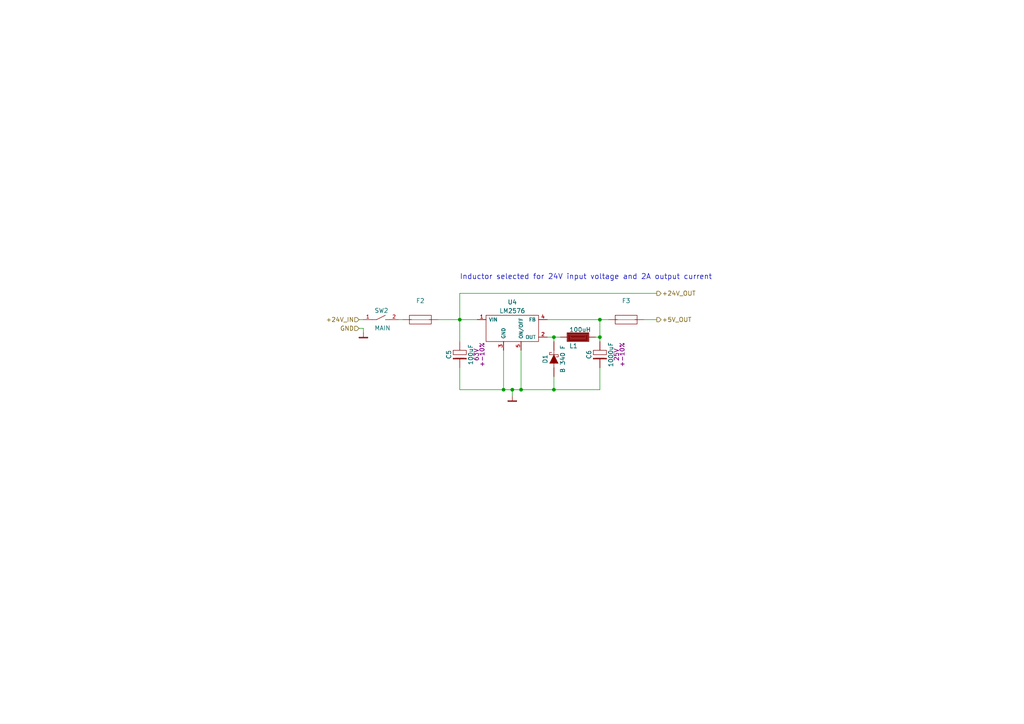
<source format=kicad_sch>
(kicad_sch (version 20211123) (generator eeschema)
  (paper "A4")
  (title_block (title "DC/DC Converter") (date "2016-11-28") (rev "B") (company "KoeWiBa") (comment 1 "Baseboard for Raspberry Pi 2"))
  (lib_symbols
    (symbol "ics_regulator:LM2576" (pin_names (offset 0.762))
      (property "Reference" "U" (at 0 7.62 0))
      (property "Value" "LM2576" (at 0 5.08 0))
      (property "Datasheet" "regulator\\lm78xx.pdf" (at 0 0 0))
      (symbol "LM2576_0_1"
        (rectangle (start 7.62 3.81) (end -7.62 -3.81))
      )
      (symbol "LM2576_1_1"
        (pin input line (at -10.16 2.54 0) (length 2.54) (name "VIN") (number "1"))
        (pin power_out line (at 10.16 -2.54 180) (length 2.54) (name "OUT") (number "2"))
        (pin input line (at -2.54 -6.35 90) (length 2.54) (name "GND") (number "3"))
        (pin input line (at 10.16 2.54 180) (length 2.54) (name "FB") (number "4"))
        (pin input line (at 2.54 -6.35 90) (length 2.54) (name "ON/OFF") (number "5"))
      )
    )
    (symbol "pi2-base-rescue:FUSE-standard" (pin_numbers hide) (pin_names (offset 1.016) hide)
      (property "Reference" "F" (at 0 2.54 0))
      (property "Value" "FUSE-standard" (at 0 -2.54 0))
      (symbol "FUSE-standard_0_1"
        (rectangle (start -3.175 1.27) (end 3.175 -1.27) (stroke (width 0.1524)))
        (polyline (pts (xy -3.175 0) (xy 3.175 0) (xy 3.175 0)) (stroke (width 0.1016)))
      )
      (symbol "FUSE-standard_1_1"
        (pin passive line (at -5.08 0 0) (length 2.54) (name "1") (number "1"))
        (pin passive line (at 5.08 0 180) (length 2.54) (name "2") (number "2"))
      )
    )
    (symbol "pi2-base-rescue:SWITCH-standard" (pin_names (offset 1.016))
      (property "Reference" "SW" (at 6.35 0 0))
      (property "Value" "SWITCH-standard" (at 6.35 5.08 0))
      (symbol "SWITCH-standard_0_1"
        (polyline (pts (xy 5.08 2.54) (xy 3.81 2.54) (xy 3.81 2.54)))
        (polyline (pts (xy 8.89 2.54) (xy 7.62 2.54) (xy 7.62 2.54) (xy 7.62 2.54)))
        (polyline (pts (xy 5.08 2.54) (xy 7.62 3.81) (xy 7.62 3.81) (xy 7.62 3.81) (xy 7.62 3.81)))
      )
      (symbol "SWITCH-standard_1_1"
        (pin passive line (at 1.27 2.54 0) (length 2.54) (name "~") (number "1"))
        (pin passive line (at 11.43 2.54 180) (length 2.54) (name "~") (number "2"))
      )
    )
    (symbol "power:GND" (power) (pin_names (offset 0.254))
      (symbol "GND_0_1"
        (polyline (pts (xy 0 0) (xy 0 -1.27) (xy 0 -1.27)))
        (polyline (pts (xy 1.27 -1.397) (xy -1.27 -1.397) (xy -1.27 -1.397)))
        (polyline (pts (xy 1.27 -1.27) (xy -1.27 -1.27) (xy -1.27 -1.27)))
        (polyline (pts (xy 1.27 -1.27) (xy 1.27 -1.524) (xy -1.27 -1.524) (xy -1.27 -1.27) (xy -1.27 -1.27)))
      )
      (symbol "GND_1_1"
        (pin power_in line (at 0 0 90) (length 0) hide (name "GND") (number "1"))
      )
    )
    (symbol "standard:CP" (pin_numbers hide) (pin_names (offset 1.016) hide)
      (property "Reference" "C" (at 0 -3.175 0))
      (property "Value" "CP" (at 0 3.175 0))
      (property "Voltage" "35V" (at 0 4.826 0))
      (property "Tolrance" "+-10%" (at 0 6.477 0))
      (symbol "CP_0_1"
        (polyline (pts (xy 1.016 -1.905) (xy 1.27 -1.905) (xy 1.27 -1.905)))
        (polyline (pts (xy 1.016 1.905) (xy 1.27 1.905) (xy 1.27 1.905)))
        (polyline (pts (xy 1.143 1.905) (xy 1.143 -1.905) (xy 1.143 -1.905)))
        (polyline (pts (xy 1.27 -1.905) (xy 1.27 1.905) (xy 1.27 1.905)))
        (polyline (pts (xy 1.016 1.905) (xy 1.016 -1.905) (xy 1.016 -1.905) (xy 1.016 -1.905)))
        (polyline (pts (xy 1.016 1.27) (xy 1.016 -1.27) (xy 1.016 -1.27) (xy 1.016 -1.27) (xy 1.016 -1.27) (xy 1.016 -1.27)))
        (rectangle (start 0 1.905) (end -1.27 -1.905))
      )
      (symbol "CP_1_1"
        (pin input line (at -3.81 0 0) (length 2.54) (name "1") (number "1"))
        (pin input line (at 3.81 0 180) (length 2.54) (name "2") (number "2"))
      )
    )
    (symbol "standard:L" (pin_numbers hide) (pin_names (offset 1.016) hide)
      (property "Reference" "L" (at -2.54 -2.54 0))
      (property "Value" "L" (at -2.54 2.159 0))
      (symbol "L_0_1"
        (rectangle (start -3.175 1.27) (end 3.175 -1.27))
        (rectangle (start -2.921 1.016) (end 2.921 -1.016))
        (rectangle (start -2.667 0.762) (end 2.667 -0.762))
        (rectangle (start -2.413 0.508) (end 2.413 -0.508))
        (rectangle (start -2.159 0.254) (end 2.159 -0.254))
        (rectangle (start -1.905 0) (end 1.905 0))
        (rectangle (start 2.032 -0.127) (end -2.032 0.127))
        (rectangle (start 2.286 -0.381) (end -2.286 0.381))
        (rectangle (start 2.54 -0.635) (end -2.54 0.635))
        (rectangle (start 2.794 -0.889) (end -2.794 0.889))
        (rectangle (start 3.048 -1.143) (end -3.048 1.143))
      )
      (symbol "L_1_1"
        (pin bidirectional line (at -5.08 0 0) (length 1.905) (name "1") (number "1"))
        (pin bidirectional line (at 5.08 0 180) (length 1.905) (name "2") (number "2"))
      )
    )
    (symbol "standard:SCHOTTKY" (pin_numbers hide) (pin_names (offset 1.016) hide)
      (property "Reference" "D" (at 0 2.54 0))
      (property "Value" "SCHOTTKY" (at 0 -2.54 0))
      (symbol "SCHOTTKY_0_1"
        (polyline (pts (xy 1.27 1.27) (xy 1.27 -1.27)))
        (polyline (pts (xy -1.27 0) (xy -2.54 0) (xy -2.54 0)))
        (polyline (pts (xy 1.27 -1.27) (xy 0.635 -1.27) (xy 0.635 -0.635)))
        (polyline (pts (xy 1.27 1.27) (xy 1.905 1.27) (xy 1.905 0.635)))
        (polyline (pts (xy 1.27 0) (xy -1.27 -1.27) (xy -1.27 1.27) (xy 1.27 0) (xy 1.27 0)) (stroke (width 0.0254)) (fill (type outline)))
        (polyline (pts (xy 2.54 0) (xy 1.27 0) (xy 1.27 0) (xy 1.27 0) (xy 1.27 0)))
      )
      (symbol "SCHOTTKY_1_1"
        (pin input line (at -5.08 0 0) (length 2.54) (name "A") (number "1"))
        (pin input line (at 5.08 0 180) (length 2.54) (name "C") (number "2"))
      )
    )
  )
  (junction (at 160.655 97.79))
  (junction (at 160.655 113.03))
  (junction (at 146.05 113.03))
  (junction (at 173.99 97.79))
  (junction (at 151.13 113.03))
  (junction (at 173.99 92.71))
  (junction (at 133.35 92.71))
  (junction (at 148.59 113.03))
  (wire (pts (xy 148.59 113.03) (xy 146.05 113.03)))
  (wire (pts (xy 162.56 97.79) (xy 160.655 97.79)))
  (wire (pts (xy 160.655 109.22) (xy 160.655 113.03)))
  (wire (pts (xy 160.655 97.79) (xy 158.75 97.79)))
  (wire (pts (xy 133.35 85.09) (xy 133.35 92.71)))
  (wire (pts (xy 160.655 97.79) (xy 160.655 99.06)))
  (wire (pts (xy 133.35 92.71) (xy 133.35 99.06)))
  (wire (pts (xy 151.13 113.03) (xy 148.59 113.03)))
  (wire (pts (xy 173.99 113.03) (xy 160.655 113.03)))
  (wire (pts (xy 186.69 92.71) (xy 190.5 92.71)))
  (wire (pts (xy 116.84 92.71) (xy 115.57 92.71)))
  (wire (pts (xy 104.14 95.25) (xy 105.41 95.25)))
  (wire (pts (xy 138.43 92.71) (xy 133.35 92.71)))
  (wire (pts (xy 146.05 113.03) (xy 146.05 101.6)))
  (wire (pts (xy 173.99 92.71) (xy 176.53 92.71)))
  (wire (pts (xy 173.99 92.71) (xy 173.99 97.79)))
  (wire (pts (xy 190.5 85.09) (xy 133.35 85.09)))
  (wire (pts (xy 104.14 92.71) (xy 105.41 92.71)))
  (wire (pts (xy 133.35 92.71) (xy 127 92.71)))
  (wire (pts (xy 160.655 113.03) (xy 151.13 113.03)))
  (wire (pts (xy 148.59 113.03) (xy 148.59 114.935)))
  (wire (pts (xy 133.35 113.03) (xy 133.35 106.68)))
  (wire (pts (xy 158.75 92.71) (xy 173.99 92.71)))
  (wire (pts (xy 151.13 101.6) (xy 151.13 113.03)))
  (wire (pts (xy 105.41 95.25) (xy 105.41 96.52)))
  (wire (pts (xy 146.05 113.03) (xy 133.35 113.03)))
  (wire (pts (xy 173.99 97.79) (xy 173.99 99.06)))
  (wire (pts (xy 173.99 97.79) (xy 172.72 97.79)))
  (wire (pts (xy 173.99 106.68) (xy 173.99 113.03)))
  (text "Inductor selected for 24V input voltage and 2A output current" (at 133.35 81.28 0) (effects (font (size 1.524 1.524)) (justify left bottom)))
  (hierarchical_label "+24V_IN" (shape input) (at 104.14 92.71 180))
  (hierarchical_label "GND" (shape input) (at 104.14 95.25 180))
  (hierarchical_label "+24V_OUT" (shape output) (at 190.5 85.09 0))
  (hierarchical_label "+5V_OUT" (shape output) (at 190.5 92.71 0))
  (symbol (lib_id "power:GND") (at 105.41 96.52 0) (unit 1)
    (property "Reference" "#PWR025" (effects hide))
    (property "Value" "GND" (effects hide))
  )
  (symbol (lib_id "pi2-base-rescue:SWITCH-standard") (at 104.14 95.25 0) (unit 1)
    (property "Reference" "SW2" (at 108.585 90.805 0) (effects (justify left bottom)))
    (property "Value" "MAIN" (at 108.585 95.885 0) (effects (justify left bottom)))
    (property "Footprint" "Connector_Header:PCB_CON2" (effects hide))
  )
  (symbol (lib_id "standard:CP") (at 133.35 102.87 270) (unit 1)
    (property "Reference" "C5" (at 130.175 102.87 0))
    (property "Value" "100uF" (at 136.525 102.87 0))
    (property "Footprint" "Capacitors_THT:CP_RM5.08mm_D10.5mm" (effects hide))
    (property "Voltage" "63V" (at 138.176 102.87 0))
    (property "Tolrance" "+-10%" (at 139.827 102.87 0))
  )
  (symbol (lib_id "power:GND") (at 148.59 114.935 0) (unit 1)
    (property "Reference" "#PWR024" (effects hide))
    (property "Value" "GND" (effects hide))
  )
  (symbol (lib_id "standard:L") (at 167.64 97.79 0) (unit 1)
    (property "Reference" "L1" (at 165.1 100.33 0) (effects (justify left)))
    (property "Value" "100uH" (at 165.1 95.631 0) (effects (justify left)))
    (property "Footprint" "Inductor:L_PISR" (effects hide))
  )
  (symbol (lib_id "standard:CP") (at 173.99 102.87 270) (unit 1)
    (property "Reference" "C6" (at 170.815 102.87 0))
    (property "Value" "1000uF" (at 177.165 102.87 0))
    (property "Footprint" "Capacitors_THT:CP_RM5.08mm_D13.5mm" (effects hide))
    (property "Voltage" "25V" (at 178.816 102.87 0))
    (property "Tolrance" "+-10%" (at 180.467 102.87 0))
  )
  (symbol (lib_id "standard:SCHOTTKY") (at 160.655 104.14 90) (unit 1)
    (property "Reference" "D1" (at 158.115 104.14 0))
    (property "Value" "B 340 F" (at 163.195 104.14 0))
    (property "Footprint" "Diode_SMD:D_SMC" (effects hide))
  )
  (symbol (lib_id "ics_regulator:LM2576") (at 148.59 95.25 0) (unit 1)
    (property "Reference" "U4" (at 148.59 87.63 0))
    (property "Value" "LM2576" (at 148.59 90.17 0))
    (property "Footprint" "Housings_TO:TO263_5" (effects hide))
  )
  (symbol (lib_id "pi2-base-rescue:FUSE-standard") (at 181.61 92.71 0) (unit 1)
    (property "Reference" "F3" (at 181.61 87.249 0))
  )
  (symbol (lib_id "pi2-base-rescue:FUSE-standard") (at 121.92 92.71 0) (unit 1)
    (property "Reference" "F2" (at 121.92 87.249 0))
  )
)
</source>
